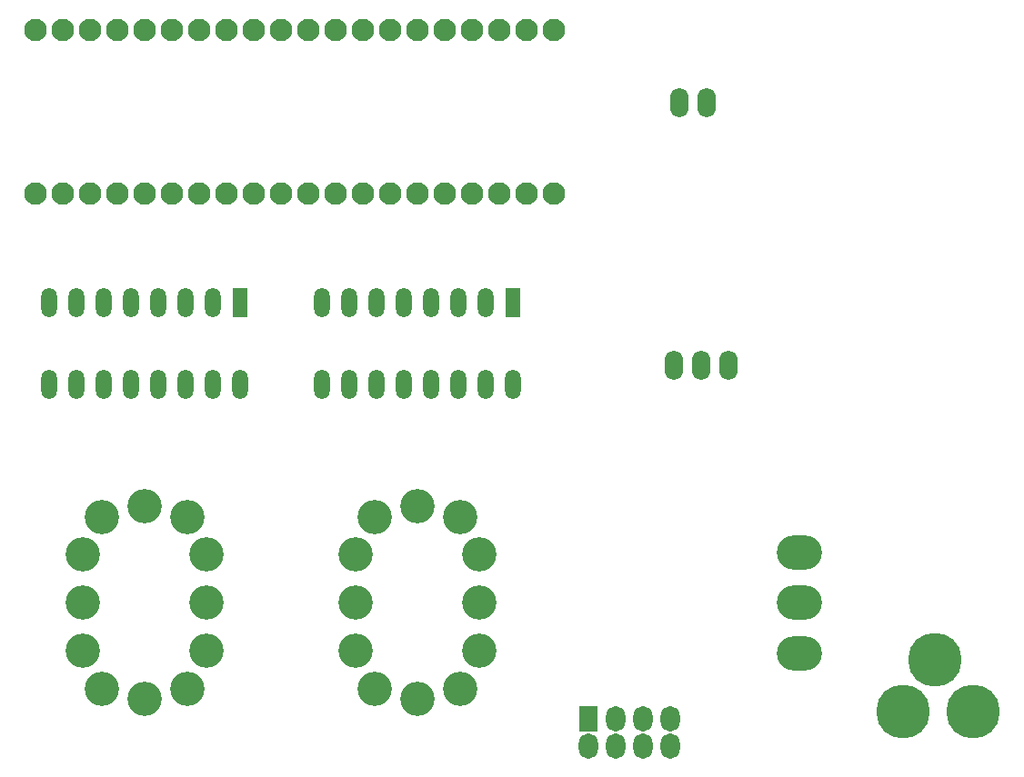
<source format=gbr>
G04 --- HEADER BEGIN --- *
%TF.GenerationSoftware,LibrePCB,LibrePCB,0.1.3*%
%TF.CreationDate,2019-12-12T00:41:35*%
%TF.ProjectId,Nixie Counter - default,cfaec193-39cb-4766-881d-db9368be8cff,v1*%
%TF.Part,Single*%
%FSLAX66Y66*%
%MOMM*%
G01*
G74*
G04 --- HEADER END --- *
G04 --- APERTURE LIST BEGIN --- *
%ADD10C,3.2*%
%ADD11O,1.47X2.74*%
%ADD12R,1.47X2.74*%
%ADD13O,1.787X2.39*%
%ADD14R,1.787X2.39*%
%ADD15C,2.1*%
%ADD16O,4.2X3.2*%
%ADD17O,1.7X2.74*%
%ADD18C,5.0*%
G04 --- APERTURE LIST END --- *
G04 --- BOARD BEGIN --- *
D10*
X19240000Y12320000D03*
X20990000Y20320000D03*
X19240000Y28320000D03*
X15240000Y11320000D03*
X20990000Y15820000D03*
X11240000Y12320000D03*
X9490000Y24820000D03*
X9490000Y20320000D03*
X11240000Y28320000D03*
X9490000Y15820000D03*
X15240000Y29320000D03*
X20990000Y24820000D03*
D11*
X36830000Y48259984D03*
X49530000Y40639984D03*
X34290000Y40639984D03*
D12*
X49530000Y48259984D03*
D11*
X34290000Y48259984D03*
X44450000Y48259984D03*
X46990000Y48259984D03*
X44450000Y40639984D03*
X31750000Y48259984D03*
X41910000Y40639984D03*
X46990000Y40639984D03*
X39370000Y48259984D03*
X39370000Y40639984D03*
X41910000Y48259984D03*
X36830000Y40639984D03*
X31750000Y40639984D03*
D13*
X56515760Y6985104D03*
X59055760Y9525104D03*
X64135760Y9525104D03*
X61595760Y9525104D03*
X64135760Y6985104D03*
X59055760Y6985104D03*
X61595760Y6985104D03*
D14*
X56515760Y9525104D03*
D15*
X15240000Y58420000D03*
X40640000Y58420000D03*
X50800000Y58420000D03*
X45720000Y58420000D03*
X30480000Y73660000D03*
X45720000Y73660000D03*
X27940000Y58420000D03*
X7620000Y58420000D03*
X17780000Y58420000D03*
X53340000Y73660000D03*
X27940000Y73660000D03*
X35560000Y58420000D03*
X5080000Y73660000D03*
X35560000Y73660000D03*
X43180000Y58420000D03*
X25400000Y73660000D03*
X5080000Y58420000D03*
X50800000Y73660000D03*
X30480000Y58420000D03*
X33020000Y73660000D03*
X17780000Y73660000D03*
X12700000Y58420000D03*
X20320000Y58420000D03*
X10160000Y73660000D03*
X38100000Y58420000D03*
X40640000Y73660000D03*
X53340000Y58420000D03*
X22860000Y58420000D03*
X25400000Y58420000D03*
X48260000Y73660000D03*
X43180000Y73660000D03*
X38100000Y73660000D03*
X10160000Y58420000D03*
X15240000Y73660000D03*
X20320000Y73660000D03*
X12700000Y73660000D03*
X33020000Y58420000D03*
X7620000Y73660000D03*
X22860000Y73660000D03*
X48260000Y58420000D03*
D10*
X44640000Y12320000D03*
X46390000Y20320000D03*
X44640000Y28320000D03*
X40640000Y11320000D03*
X46390000Y15820000D03*
X36640000Y12320000D03*
X34890000Y24820000D03*
X34890000Y20320000D03*
X36640000Y28320000D03*
X34890000Y15820000D03*
X40640000Y29320000D03*
X46390000Y24820000D03*
D11*
X11430000Y48259984D03*
X24130000Y40639984D03*
X8890000Y40639984D03*
D12*
X24130000Y48259984D03*
D11*
X8890000Y48259984D03*
X19050000Y48259984D03*
X21590000Y48259984D03*
X19050000Y40639984D03*
X6350000Y48259984D03*
X16510000Y40639984D03*
X21590000Y40639984D03*
X13970000Y48259984D03*
X13970000Y40639984D03*
X16510000Y48259984D03*
X11430000Y40639984D03*
X6350000Y40639984D03*
D16*
X76199936Y15620000D03*
X76199936Y25020000D03*
X76199936Y20320000D03*
D17*
X67030992Y42428192D03*
X69570992Y42428192D03*
X65040992Y66928192D03*
X67580992Y66928192D03*
X64490992Y42428192D03*
D18*
X92311168Y10160064D03*
X88811168Y14960064D03*
X85811168Y10160064D03*
G04 --- BOARD END --- *
%TF.MD5,e8bd00d4e7d1eb742cf5c2a9e7d63b0a*%
M02*

</source>
